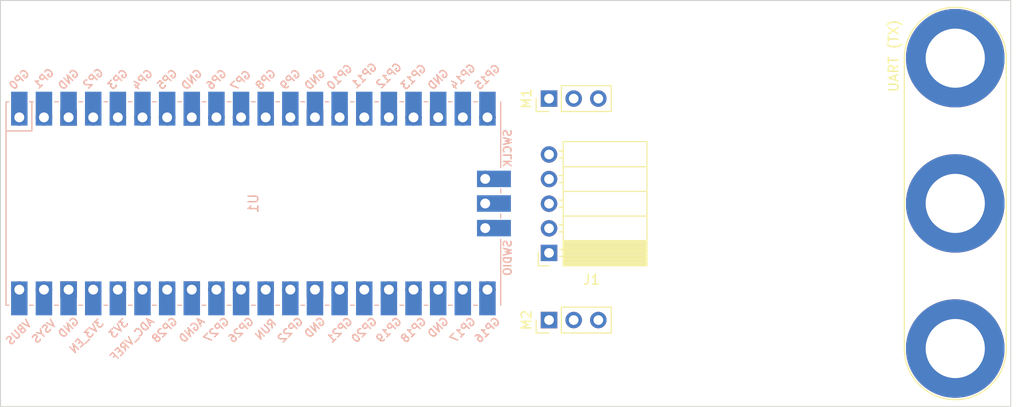
<source format=kicad_pcb>
(kicad_pcb (version 20211014) (generator pcbnew)
  (layers (0 "F.Cu" signal) (31 "B.Cu" signal) (34 "B.Paste" user) (35 "F.Paste" user) (36 "B.SilkS" user "B.Silkscreen") (37 "F.SilkS" user "F.Silkscreen") (38 "B.Mask" user) (39 "F.Mask" user) (44 "Edge.Cuts" user))
  (net 0 "")
  (net 1 "GND")
  (net 2 "+3V3")
  (net 3 "Net-(J1-Pad3)")
  (net 4 "Net-(J1-Pad4)")
  (net 5 "Net-(J1-Pad5)")
  (net 6 "Net-(M1-Pad1)")
  (net 7 "VBUS")
  (net 8 "Net-(M2-Pad1)")
  (net 35 "Net-(U1-Pad12)")
  (net 36 "Net-(U1-Pad11)")
  (footprint "Connector_PinHeader_2.54mm:PinHeader_1x03_P2.54mm_Vertical" (layer "F.Cu") (at 142.91 107.28 90)
    (fp_text reference "M2" (at 0 -2.33 90) (layer "F.SilkS"))
    (fp_text value "Motor_Servo")
    (fp_line (start -1.33 0) (end -1.33 -1.33) (layer "F.SilkS") (width 0.12))
    (fp_line (start -1.33 1.27) (end -1.33 6.41) (layer "F.SilkS") (width 0.12))
    (fp_line (start 1.33 1.27) (end 1.33 6.41) (layer "F.SilkS") (width 0.12))
    (fp_line (start -1.33 -1.33) (end 0 -1.33) (layer "F.SilkS") (width 0.12))
    (fp_line (start -1.33 1.27) (end 1.33 1.27) (layer "F.SilkS") (width 0.12))
    (fp_line (start -1.33 6.41) (end 1.33 6.41) (layer "F.SilkS") (width 0.12))
    (pad "1" thru_hole rect (at 0 0 90) (size 1.7 1.7) (drill 1) (layers *.Cu *.Mask) (net 8 "Net-(M2-Pad1)"))
    (pad "2" thru_hole oval (at 0 2.54 90) (size 1.7 1.7) (drill 1) (layers *.Cu *.Mask) (net 7 "VBUS"))
    (pad "3" thru_hole oval (at 0 5.08 90) (size 1.7 1.7) (drill 1) (layers *.Cu *.Mask) (net 1 "GND"))
  )
  (footprint "Connector_PinSocket_2.54mm:PinSocket_1x05_P2.54mm_Horizontal" (layer "F.Cu") (at 142.91 100.35 180)
    (fp_text reference "J1" (at -4.38 -2.77) (layer "F.SilkS"))
    (fp_text value "Conn_01x05")
    (fp_line (start -10.09 1.27) (end -1.46 1.27) (layer "F.SilkS") (width 0.12))
    (fp_line (start -1.46 5.44) (end -1.05 5.44) (layer "F.SilkS") (width 0.12))
    (fp_line (start -10.09 -0.02905) (end -1.46 -0.02905) (layer "F.SilkS") (width 0.12))
    (fp_line (start -10.09 -0.73762) (end -1.46 -0.73762) (layer "F.SilkS") (width 0.12))
    (fp_line (start -10.09 1.1519) (end -1.46 1.1519) (layer "F.SilkS") (width 0.12))
    (fp_line (start -10.09 -1.33) (end -1.46 -1.33) (layer "F.SilkS") (width 0.12))
    (fp_line (start -10.09 6.35) (end -1.46 6.35) (layer "F.SilkS") (width 0.12))
    (fp_line (start -10.09 11.49) (end -1.46 11.49) (layer "F.SilkS") (width 0.12))
    (fp_line (start -1.46 7.98) (end -1.05 7.98) (layer "F.SilkS") (width 0.12))
    (fp_line (start -10.09 3.81) (end -1.46 3.81) (layer "F.SilkS") (width 0.12))
    (fp_line (start -1.46 7.26) (end -1.05 7.26) (layer "F.SilkS") (width 0.12))
    (fp_line (start -10.09 0.91571) (end -1.46 0.91571) (layer "F.SilkS") (width 0.12))
    (fp_line (start -10.09 -0.26524) (end -1.46 -0.26524) (layer "F.SilkS") (width 0.12))
    (fp_line (start -1.46 10.52) (end -1.05 10.52) (layer "F.SilkS") (width 0.12))
    (fp_line (start -10.09 0.089045) (end -1.46 0.089045) (layer "F.SilkS") (width 0.12))
    (fp_line (start -10.09 -0.97381) (end -1.46 -0.97381) (layer "F.SilkS") (width 0.12))
    (fp_line (start -10.09 -0.619525) (end -1.46 -0.619525) (layer "F.SilkS") (width 0.12))
    (fp_line (start -10.09 -1.091905) (end -1.46 -1.091905) (layer "F.SilkS") (width 0.12))
    (fp_line (start -1.46 2.18) (end -1.05 2.18) (layer "F.SilkS") (width 0.12))
    (fp_line (start -1.46 4.72) (end -1.05 4.72) (layer "F.SilkS") (width 0.12))
    (fp_line (start -10.09 -1.21) (end -1.46 -1.21) (layer "F.SilkS") (width 0.12))
    (fp_line (start -10.09 8.89) (end -1.46 8.89) (layer "F.SilkS") (width 0.12))
    (fp_line (start 1.11 -1.33) (end 1.11 0) (layer "F.SilkS") (width 0.12))
    (fp_line (start -1.46 -1.33) (end -1.46 11.49) (layer "F.SilkS") (width 0.12))
    (fp_line (start -1.46 -0.36) (end -1.11 -0.36) (layer "F.SilkS") (width 0.12))
    (fp_line (start -10.09 -0.383335) (end -1.46 -0.383335) (layer "F.SilkS") (width 0.12))
    (fp_line (start -10.09 -0.147145) (end -1.46 -0.147145) (layer "F.SilkS") (width 0.12))
    (fp_line (start -10.09 0.797615) (end -1.46 0.797615) (layer "F.SilkS") (width 0.12))
    (fp_line (start 0 -1.33) (end 1.11 -1.33) (layer "F.SilkS") (width 0.12))
    (fp_line (start -10.09 -0.855715) (end -1.46 -0.855715) (layer "F.SilkS") (width 0.12))
    (fp_line (start -10.09 1.033805) (end -1.46 1.033805) (layer "F.SilkS") (width 0.12))
    (fp_line (start -1.46 2.9) (end -1.05 2.9) (layer "F.SilkS") (width 0.12))
    (fp_line (start -10.09 0.561425) (end -1.46 0.561425) (layer "F.SilkS") (width 0.12))
    (fp_line (start -10.09 0.44333) (end -1.46 0.44333) (layer "F.SilkS") (width 0.12))
    (fp_line (start -1.46 9.8) (end -1.05 9.8) (layer "F.SilkS") (width 0.12))
    (fp_line (start -10.09 0.67952) (end -1.46 0.67952) (layer "F.SilkS") (width 0.12))
    (fp_line (start -10.09 -1.33) (end -10.09 11.49) (layer "F.SilkS") (width 0.12))
    (fp_line (start -10.09 0.325235) (end -1.46 0.325235) (layer "F.SilkS") (width 0.12))
    (fp_line (start -10.09 0.20714) (end -1.46 0.20714) (layer "F.SilkS") (width 0.12))
    (fp_line (start -10.09 -0.50143) (end -1.46 -0.50143) (layer "F.SilkS") (width 0.12))
    (fp_line (start -1.46 0.36) (end -1.11 0.36) (layer "F.SilkS") (width 0.12))
    (pad "1" thru_hole rect (at 0 0 180) (size 1.7 1.7) (drill 1) (layers *.Cu *.Mask) (net 1 "GND"))
    (pad "2" thru_hole oval (at 0 2.54 180) (size 1.7 1.7) (drill 1) (layers *.Cu *.Mask) (net 2 "+3V3"))
    (pad "3" thru_hole oval (at 0 5.08 180) (size 1.7 1.7) (drill 1) (layers *.Cu *.Mask) (net 3 "Net-(J1-Pad3)"))
    (pad "4" thru_hole oval (at 0 7.62 180) (size 1.7 1.7) (drill 1) (layers *.Cu *.Mask) (net 4 "Net-(J1-Pad4)"))
    (pad "5" thru_hole oval (at 0 10.16 180) (size 1.7 1.7) (drill 1) (layers *.Cu *.Mask) (net 5 "Net-(J1-Pad5)"))
  )
  (footprint "Connector:Banana_Jack_3Pin" (layer "F.Cu") (at 184.785 80.25 -90)
    (fp_text reference "UART (TX)" (at -0.24 6.35 90) (layer "F.SilkS"))
    (fp_text value "Conn_01x03")
    (fp_line (start 0 5.25) (end 30 5.25) (layer "F.SilkS") (width 0.12))
    (fp_line (start 30 -5.25) (end 0 -5.25) (layer "F.SilkS") (width 0.12))
    (fp_arc (start 30 -5.25) (mid 35.25 0) (end 30 5.25) (layer "F.SilkS") (width 0.12))
    (fp_arc (start 0 5.25) (mid -5.25 0) (end 0 -5.25) (layer "F.SilkS") (width 0.12))
    (pad "1" thru_hole circle (at 0 0 270) (size 10.16 10.16) (drill 6.1) (layers *.Cu *.Mask) (net 35 "Net-(U1-Pad12)"))
    (pad "2" thru_hole circle (at 14.99 0 270) (size 10.16 10.16) (drill 6.1) (layers *.Cu *.Mask) (net 1 "GND"))
    (pad "3" thru_hole circle (at 29.97 0 270) (size 10.16 10.16) (drill 6.1) (layers *.Cu *.Mask) (net 36 "Net-(U1-Pad11)"))
  )
  (footprint "Connector_PinHeader_2.54mm:PinHeader_1x03_P2.54mm_Vertical" (layer "F.Cu") (at 142.91 84.42 90)
    (fp_text reference "M1" (at 0 -2.33 90) (layer "F.SilkS"))
    (fp_text value "Motor_Servo")
    (fp_line (start -1.33 1.27) (end 1.33 1.27) (layer "F.SilkS") (width 0.12))
    (fp_line (start -1.33 6.41) (end 1.33 6.41) (layer "F.SilkS") (width 0.12))
    (fp_line (start -1.33 0) (end -1.33 -1.33) (layer "F.SilkS") (width 0.12))
    (fp_line (start -1.33 1.27) (end -1.33 6.41) (layer "F.SilkS") (width 0.12))
    (fp_line (start -1.33 -1.33) (end 0 -1.33) (layer "F.SilkS") (width 0.12))
    (fp_line (start 1.33 1.27) (end 1.33 6.41) (layer "F.SilkS") (width 0.12))
    (pad "1" thru_hole rect (at 0 0 90) (size 1.7 1.7) (drill 1) (layers *.Cu *.Mask) (net 6 "Net-(M1-Pad1)"))
    (pad "2" thru_hole oval (at 0 2.54 90) (size 1.7 1.7) (drill 1) (layers *.Cu *.Mask) (net 7 "VBUS"))
    (pad "3" thru_hole oval (at 0 5.08 90) (size 1.7 1.7) (drill 1) (layers *.Cu *.Mask) (net 1 "GND"))
  )
  (footprint "MCU_RaspberryPi_and_Boards:RPi_Pico_SMD_TH" (layer "B.Cu") (at 112.43 95.25 -90)
    (fp_text reference "U1" (at 0 0 90) (layer "B.SilkS") (effects (justify mirror)))
    (fp_text value "Pico")
    (fp_text user "GP9" (at -12.8 -3.81 45) (layer "B.SilkS") (effects (font (size 0.8 0.8)) (justify mirror)))
    (fp_text user "GP26" (at 13.054 1.27 45) (layer "B.SilkS") (effects (font (size 0.8 0.8)) (justify mirror)))
    (fp_text user "GP4" (at -12.8 11.43 45) (layer "B.SilkS") (effects (font (size 0.8 0.8)) (justify mirror)))
    (fp_text user "VSYS" (at 13.2 21.59 45) (layer "B.SilkS") (effects (font (size 0.8 0.8)) (justify mirror)))
    (fp_text user "GP0" (at -12.8 24.13 45) (layer "B.SilkS") (effects (font (size 0.8 0.8)) (justify mirror)))
    (fp_text user "GND" (at -12.8 19.05 45) (layer "B.SilkS") (effects (font (size 0.8 0.8)) (justify mirror)))
    (fp_text user "GP1" (at -12.9 21.6 45) (layer "B.SilkS") (effects (font (size 0.8 0.8)) (justify mirror)))
    (fp_text user "AGND" (at 13.054 6.35 45) (layer "B.SilkS") (effects (font (size 0.8 0.8)) (justify mirror)))
    (fp_text user "SWDIO" (at 5.6 -26.2 90) (layer "B.SilkS") (effects (font (size 0.8 0.8)) (justify mirror)))
    (fp_text user "GND" (at -12.8 6.35 45) (layer "B.SilkS") (effects (font (size 0.8 0.8)) (justify mirror)))
    (fp_text user "GND" (at 12.8 -6.35 45) (layer "B.SilkS") (effects (font (size 0.8 0.8)) (justify mirror)))
    (fp_text user "GP10" (at -13.054 -8.89 45) (layer "B.SilkS") (effects (font (size 0.8 0.8)) (justify mirror)))
    (fp_text user "VBUS" (at 13.3 24.2 45) (layer "B.SilkS") (effects (font (size 0.8 0.8)) (justify mirror)))
    (fp_text user "GP28" (at 13.054 9.144 45) (layer "B.SilkS") (effects (font (size 0.8 0.8)) (justify mirror)))
    (fp_text user "GP8" (at -12.8 -1.27 45) (layer "B.SilkS") (effects (font (size 0.8 0.8)) (justify mirror)))
    (fp_text user "GP21" (at 13.054 -8.9 45) (layer "B.SilkS") (effects (font (size 0.8 0.8)) (justify mirror)))
    (fp_text user "3V3" (at 12.9 13.9 45) (layer "B.SilkS") (effects (font (size 0.8 0.8)) (justify mirror)))
    (fp_text user "GP27" (at 13.054 3.8 45) (layer "B.SilkS") (effects (font (size 0.8 0.8)) (justify mirror)))
    (fp_text user "GP18" (at 13.054 -16.51 45) (layer "B.SilkS") (effects (font (size 0.8 0.8)) (justify mirror)))
    (fp_text user "GP15" (at -13.054 -24.13 45) (layer "B.SilkS") (effects (font (size 0.8 0.8)) (justify mirror)))
    (fp_text user "GP2" (at -12.9 16.51 45) (layer "B.SilkS") (effects (font (size 0.8 0.8)) (justify mirror)))
    (fp_text user "ADC_VREF" (at 14 12.5 45) (layer "B.SilkS") (effects (font (size 0.8 0.8)) (justify mirror)))
    (fp_text user "GND" (at 12.8 19.05 45) (layer "B.SilkS") (effects (font (size 0.8 0.8)) (justify mirror)))
    (fp_text user "GP6" (at -12.8 3.81 45) (layer "B.SilkS") (effects (font (size 0.8 0.8)) (justify mirror)))
    (fp_text user "GP7" (at -12.7 1.3 45) (layer "B.SilkS") (effects (font (size 0.8 0.8)) (justify mirror)))
    (fp_text user "GP3" (at -12.8 13.97 45) (layer "B.SilkS") (effects (font (size 0.8 0.8)) (justify mirror)))
    (fp_text user "RUN" (at 13 -1.27 45) (layer "B.SilkS") (effects (font (size 0.8 0.8)) (justify mirror)))
    (fp_text user "3V3_EN" (at 13.7 17.2 45) (layer "B.SilkS") (effects (font (size 0.8 0.8)) (justify mirror)))
    (fp_text user "GP19" (at 13.054 -13.97 45) (layer "B.SilkS") (effects (font (size 0.8 0.8)) (justify mirror)))
    (fp_text user "GP20" (at 13.054 -11.43 45) (layer "B.SilkS") (effects (font (size 0.8 0.8)) (justify mirror)))
    (fp_text user "GP5" (at -12.8 8.89 45) (layer "B.SilkS") (effects (font (size 0.8 0.8)) (justify mirror)))
    (fp_text user "GP13" (at -13.054 -16.51 45) (layer "B.SilkS") (effects (font (size 0.8 0.8)) (justify mirror)))
    (fp_text user "SWCLK" (at -5.7 -26.2 90) (layer "B.SilkS") (effects (font (size 0.8 0.8)) (justify mirror)))
    (fp_text user "GND" (at 12.8 -19.05 45) (layer "B.SilkS") (effects (font (size 0.8 0.8)) (justify mirror)))
    (fp_text user "GP17" (at 13.054 -21.59 45) (layer "B.SilkS") (effects (font (size 0.8 0.8)) (justify mirror)))
    (fp_text user "GND" (at -12.8 -19.05 45) (layer "B.SilkS") (effects (font (size 0.8 0.8)) (justify mirror)))
    (fp_text user "GP14" (at -13.1 -21.59 45) (layer "B.SilkS") (effects (font (size 0.8 0.8)) (justify mirror)))
    (fp_text user "GP16" (at 13.054 -24.13 45) (layer "B.SilkS") (effects (font (size 0.8 0.8)) (justify mirror)))
    (fp_text user "GP11" (at -13.2 -11.43 45) (layer "B.SilkS") (effects (font (size 0.8 0.8)) (justify mirror)))
    (fp_text user "GP12" (at -13.2 -13.97 45) (layer "B.SilkS") (effects (font (size 0.8 0.8)) (justify mirror)))
    (fp_text user "GND" (at -12.8 -6.35 45) (layer "B.SilkS") (effects (font (size 0.8 0.8)) (justify mirror)))
    (fp_text user "GP22" (at 13.054 -3.81 45) (layer "B.SilkS") (effects (font (size 0.8 0.8)) (justify mirror)))
    (fp_line (start -10.5 0.2) (end -10.5 -0.2) (layer "B.SilkS") (width 0.12))
    (fp_line (start 10.5 -20.1) (end 10.5 -20.5) (layer "B.SilkS") (width 0.12))
    (fp_line (start -10.5 10.4) (end -10.5 10) (layer "B.SilkS") (width 0.12))
    (fp_line (start -10.5 25.5) (end 10.5 25.5) (layer "B.SilkS") (width 0.12))
    (fp_line (start 10.5 10.4) (end 10.5 10) (layer "B.SilkS") (width 0.12))
    (fp_line (start 10.5 -4.9) (end 10.5 -5.3) (layer "B.SilkS") (width 0.12))
    (fp_line (start 10.5 23.1) (end 10.5 22.7) (layer "B.SilkS") (width 0.12))
    (fp_line (start -10.5 -12.5) (end -10.5 -12.9) (layer "B.SilkS") (width 0.12))
    (fp_line (start -10.5 7.8) (end -10.5 7.4) (layer "B.SilkS") (width 0.12))
    (fp_line (start -7.493 22.833) (end -7.493 25.5) (layer "B.SilkS") (width 0.12))
    (fp_line (start -10.5 22.833) (end -7.493 22.833) (layer "B.SilkS") (width 0.12))
    (fp_line (start -10.5 5.3) (end -10.5 4.9) (layer "B.SilkS") (width 0.12))
    (fp_line (start 10.5 -2.3) (end 10.5 -2.7) (layer "B.SilkS") (width 0.12))
    (fp_line (start -10.5 20.5) (end -10.5 20.1) (layer "B.SilkS") (width 0.12))
    (fp_line (start -10.5 -7.4) (end -10.5 -7.8) (layer "B.SilkS") (width 0.12))
    (fp_line (start -10.5 -17.6) (end -10.5 -18) (layer "B.SilkS") (width 0.12))
    (fp_line (start -10.5 25.5) (end -10.5 25.2) (layer "B.SilkS") (width 0.12))
    (fp_line (start -10.5 18) (end -10.5 17.6) (layer "B.SilkS") (width 0.12))
    (fp_line (start 10.5 -17.6) (end 10.5 -18) (layer "B.SilkS") (width 0.12))
    (fp_line (start -10.5 2.7) (end -10.5 2.3) (layer "B.SilkS") (width 0.12))
    (fp_line (start 10.5 25.5) (end 10.5 25.2) (layer "B.SilkS") (width 0.12))
    (fp_line (start 10.5 -12.5) (end 10.5 -12.9) (layer "B.SilkS") (width 0.12))
    (fp_line (start 10.5 -22.7) (end 10.5 -23.1) (layer "B.SilkS") (width 0.12))
    (fp_line (start -10.5 -4.9) (end -10.5 -5.3) (layer "B.SilkS") (width 0.12))
    (fp_line (start -10.5 -2.3) (end -10.5 -2.7) (layer "B.SilkS") (width 0.12))
    (fp_line (start 10.5 15.4) (end 10.5 15) (layer "B.SilkS") (width 0.12))
    (fp_line (start 10.5 -15.1) (end 10.5 -15.5) (layer "B.SilkS") (width 0.12))
    (fp_line (start -10.5 -22.7) (end -10.5 -23.1) (layer "B.SilkS") (width 0.12))
    (fp_line (start 10.5 5.3) (end 10.5 4.9) (layer "B.SilkS") (width 0.12))
    (fp_line (start -1.5 -25.5) (end -1.1 -25.5) (layer "B.SilkS") (width 0.12))
    (fp_line (start -10.5 23.1) (end -10.5 22.7) (layer "B.SilkS") (width 0.12))
    (fp_line (start 10.5 -10) (end 10.5 -10.4) (layer "B.SilkS") (width 0.12))
    (fp_line (start -10.5 -10) (end -10.5 -10.4) (layer "B.SilkS") (width 0.12))
    (fp_line (start 10.5 -7.4) (end 10.5 -7.8) (layer "B.SilkS") (width 0.12))
    (fp_line (start -10.5 -20.1) (end -10.5 -20.5) (layer "B.SilkS") (width 0.12))
    (fp_line (start 10.5 7.8) (end 10.5 7.4) (layer "B.SilkS") (width 0.12))
    (fp_line (start 10.5 -25.5) (end 3.7 -25.5) (layer "B.SilkS") (width 0.12))
    (fp_line (start 10.5 0.2) (end 10.5 -0.2) (layer "B.SilkS") (width 0.12))
    (fp_line (start 10.5 18) (end 10.5 17.6) (layer "B.SilkS") (width 0.12))
    (fp_line (start 10.5 2.7) (end 10.5 2.3) (layer "B.SilkS") (width 0.12))
    (fp_line (start -10.5 -15.1) (end -10.5 -15.5) (layer "B.SilkS") (width 0.12))
    (fp_line (start 10.5 20.5) (end 10.5 20.1) (layer "B.SilkS") (width 0.12))
    (fp_line (start 10.5 12.9) (end 10.5 12.5) (layer "B.SilkS") (width 0.12))
    (fp_line (start -10.5 15.4) (end -10.5 15) (layer "B.SilkS") (width 0.12))
    (fp_line (start -3.7 -25.5) (end -10.5 -25.5) (layer "B.SilkS") (width 0.12))
    (fp_line (start 1.1 -25.5) (end 1.5 -25.5) (layer "B.SilkS") (width 0.12))
    (fp_line (start -10.5 12.9) (end -10.5 12.5) (layer "B.SilkS") (width 0.12))
    (pad "" np_thru_hole oval (at 2.725 24 270) (size 1.8 1.8) (drill 1.8) (layers *.Cu *.Mask))
    (pad "" np_thru_hole oval (at -2.425 20.97 270) (size 1.5 1.5) (drill 1.5) (layers *.Cu *.Mask))
    (pad "" np_thru_hole oval (at -2.725 24 270) (size 1.8 1.8) (drill 1.8) (layers *.Cu *.Mask))
    (pad "" np_thru_hole oval (at 2.425 20.97 270) (size 1.5 1.5) (drill 1.5) (layers *.Cu *.Mask))
    (pad "1" smd rect (at -8.89 24.13 270) (size 3.5 1.7) (drill (offset -0.9 0)) (layers "B.Cu" "B.Mask"))
    (pad "1" thru_hole oval (at -8.89 24.13 270) (size 1.7 1.7) (drill 1.02) (layers *.Cu *.Mask))
    (pad "2" smd rect (at -8.89 21.59 270) (size 3.5 1.7) (drill (offset -0.9 0)) (layers "B.Cu" "B.Mask"))
    (pad "2" thru_hole oval (at -8.89 21.59 270) (size 1.7 1.7) (drill 1.02) (layers *.Cu *.Mask))
    (pad "3" thru_hole rect (at -8.89 19.05 270) (size 1.7 1.7) (drill 1.02) (layers *.Cu *.Mask) (net 1 "GND"))
    (pad "3" smd rect (at -8.89 19.05 270) (size 3.5 1.7) (drill (offset -0.9 0)) (layers "B.Cu" "B.Mask") (net 1 "GND"))
    (pad "4" thru_hole oval (at -8.89 16.51 270) (size 1.7 1.7) (drill 1.02) (layers *.Cu *.Mask) (net 6 "Net-(M1-Pad1)"))
    (pad "4" smd rect (at -8.89 16.51 270) (size 3.5 1.7) (drill (offset -0.9 0)) (layers "B.Cu" "B.Mask") (net 6 "Net-(M1-Pad1)"))
    (pad "5" smd rect (at -8.89 13.97 270) (size 3.5 1.7) (drill (offset -0.9 0)) (layers "B.Cu" "B.Mask") (net 8 "Net-(M2-Pad1)"))
    (pad "5" thru_hole oval (at -8.89 13.97 270) (size 1.7 1.7) (drill 1.02) (layers *.Cu *.Mask) (net 8 "Net-(M2-Pad1)"))
    (pad "6" thru_hole oval (at -8.89 11.43 270) (size 1.7 1.7) (drill 1.02) (layers *.Cu *.Mask))
    (pad "6" smd rect (at -8.89 11.43 270) (size 3.5 1.7) (drill (offset -0.9 0)) (layers "B.Cu" "B.Mask"))
    (pad "7" thru_hole oval (at -8.89 8.89 270) (size 1.7 1.7) (drill 1.02) (layers *.Cu *.Mask))
    (pad "7" smd rect (at -8.89 8.89 270) (size 3.5 1.7) (drill (offset -0.9 0)) (layers "B.Cu" "B.Mask"))
    (pad "8" smd rect (at -8.89 6.35 270) (size 3.5 1.7) (drill (offset -0.9 0)) (layers "B.Cu" "B.Mask") (net 1 "GND"))
    (pad "8" thru_hole rect (at -8.89 6.35 270) (size 1.7 1.7) (drill 1.02) (layers *.Cu *.Mask) (net 1 "GND"))
    (pad "9" smd rect (at -8.89 3.81 270) (size 3.5 1.7) (drill (offset -0.9 0)) (layers "B.Cu" "B.Mask"))
    (pad "9" thru_hole oval (at -8.89 3.81 270) (size 1.7 1.7) (drill 1.02) (layers *.Cu *.Mask))
    (pad "10" thru_hole oval (at -8.89 1.27 270) (size 1.7 1.7) (drill 1.02) (layers *.Cu *.Mask))
    (pad "10" smd rect (at -8.89 1.27 270) (size 3.5 1.7) (drill (offset -0.9 0)) (layers "B.Cu" "B.Mask"))
    (pad "11" thru_hole oval (at -8.89 -1.27 270) (size 1.7 1.7) (drill 1.02) (layers *.Cu *.Mask) (net 36 "Net-(U1-Pad11)"))
    (pad "11" smd rect (at -8.89 -1.27 270) (size 3.5 1.7) (drill (offset -0.9 0)) (layers "B.Cu" "B.Mask") (net 36 "Net-(U1-Pad11)"))
    (pad "12" smd rect (at -8.89 -3.81 270) (size 3.5 1.7) (drill (offset -0.9 0)) (layers "B.Cu" "B.Mask") (net 35 "Net-(U1-Pad12)"))
    (pad "12" thru_hole oval (at -8.89 -3.81 270) (size 1.7 1.7) (drill 1.02) (layers *.Cu *.Mask) (net 35 "Net-(U1-Pad12)"))
    (pad "13" smd rect (at -8.89 -6.35 270) (size 3.5 1.7) (drill (offset -0.9 0)) (layers "B.Cu" "B.Mask") (net 1 "GND"))
    (pad "13" thru_hole rect (at -8.89 -6.35 270) (size 1.7 1.7) (drill 1.02) (layers *.Cu *.Mask) (net 1 "GND"))
    (pad "14" smd rect (at -8.89 -8.89 270) (size 3.5 1.7) (drill (offset -0.9 0)) (layers "B.Cu" "B.Mask"))
    (pad "14" thru_hole oval (at -8.89 -8.89 270) (size 1.7 1.7) (drill 1.02) (layers *.Cu *.Mask))
    (pad "15" smd rect (at -8.89 -11.43 270) (size 3.5 1.7) (drill (offset -0.9 0)) (layers "B.Cu" "B.Mask"))
    (pad "15" thru_hole oval (at -8.89 -11.43 270) (size 1.7 1.7) (drill 1.02) (layers *.Cu *.Mask))
    (pad "16" smd rect (at -8.89 -13.97 270) (size 3.5 1.7) (drill (offset -0.9 0)) (layers "B.Cu" "B.Mask"))
    (pad "16" thru_hole oval (at -8.89 -13.97 270) (size 1.7 1.7) (drill 1.02) (layers *.Cu *.Mask))
    (pad "17" thru_hole oval (at -8.89 -16.51 270) (size 1.7 1.7) (drill 1.02) (layers *.Cu *.Mask))
    (pad "17" smd rect (at -8.89 -16.51 270) (size 3.5 1.7) (drill (offset -0.9 0)) (layers "B.Cu" "B.Mask"))
    (pad "18" thru_hole rect (at -8.89 -19.05 270) (size 1.7 1.7) (drill 1.02) (layers *.Cu *.Mask) (net 1 "GND"))
    (pad "18" smd rect (at -8.89 -19.05 270) (size 3.5 1.7) (drill (offset -0.9 0)) (layers "B.Cu" "B.Mask") (net 1 "GND"))
    (pad "19" smd rect (at -8.89 -21.59 270) (size 3.5 1.7) (drill (offset -0.9 0)) (layers "B.Cu" "B.Mask"))
    (pad "19" thru_hole oval (at -8.89 -21.59 270) (size 1.7 1.7) (drill 1.02) (layers *.Cu *.Mask))
    (pad "20" thru_hole oval (at -8.89 -24.13 270) (size 1.7 1.7) (drill 1.02) (layers *.Cu *.Mask))
    (pad "20" smd rect (at -8.89 -24.13 270) (size 3.5 1.7) (drill (offset -0.9 0)) (layers "B.Cu" "B.Mask"))
    (pad "21" smd rect (at 8.89 -24.13 270) (size 3.5 1.7) (drill (offset 0.9 0)) (layers "B.Cu" "B.Mask"))
    (pad "21" thru_hole oval (at 8.89 -24.13 270) (size 1.7 1.7) (drill 1.02) (layers *.Cu *.Mask))
    (pad "22" thru_hole oval (at 8.89 -21.59 270) (size 1.7 1.7) (drill 1.02) (layers *.Cu *.Mask))
    (pad "22" smd rect (at 8.89 -21.59 270) (size 3.5 1.7) (drill (offset 0.9 0)) (layers "B.Cu" "B.Mask"))
    (pad "23" smd rect (at 8.89 -19.05 270) (size 3.5 1.7) (drill (offset 0.9 0)) (layers "B.Cu" "B.Mask") (net 1 "GND"))
    (pad "23" thru_hole rect (at 8.89 -19.05 270) (size 1.7 1.7) (drill 1.02) (layers *.Cu *.Mask) (net 1 "GND"))
    (pad "24" thru_hole oval (at 8.89 -16.51 270) (size 1.7 1.7) (drill 1.02) (layers *.Cu *.Mask))
    (pad "24" smd rect (at 8.89 -16.51 270) (size 3.5 1.7) (drill (offset 0.9 0)) (layers "B.Cu" "B.Mask"))
    (pad "25" smd rect (at 8.89 -13.97 270) (size 3.5 1.7) (drill (offset 0.9 0)) (layers "B.Cu" "B.Mask"))
    (pad "25" thru_hole oval (at 8.89 -13.97 270) (size 1.7 1.7) (drill 1.02) (layers *.Cu *.Mask))
    (pad "26" thru_hole oval (at 8.89 -11.43 270) (size 1.7 1.7) (drill 1.02) (layers *.Cu *.Mask))
    (pad "26" smd rect (at 8.89 -11.43 270) (size 3.5 1.7) (drill (offset 0.9 0)) (layers "B.Cu" "B.Mask"))
    (pad "27" thru_hole oval (at 8.89 -8.89 270) (size 1.7 1.7) (drill 1.02) (layers *.Cu *.Mask) (net 5 "Net-(J1-Pad5)"))
    (pad "27" smd rect (at 8.89 -8.89 270) (size 3.5 1.7) (drill (offset 0.9 0)) (layers "B.Cu" "B.Mask") (net 5 "Net-(J1-Pad5)"))
    (pad "28" smd rect (at 8.89 -6.35 270) (size 3.5 1.7) (drill (offset 0.9 0)) (layers "B.Cu" "B.Mask") (net 1 "GND"))
    (pad "28" thru_hole rect (at 8.89 -6.35 270) (size 1.7 1.7) (drill 1.02) (layers *.Cu *.Mask) (net 1 "GND"))
    (pad "29" smd rect (at 8.89 -3.81 270) (size 3.5 1.7) (drill (offset 0.9 0)) (layers "B.Cu" "B.Mask") (net 4 "Net-(J1-Pad4)"))
    (pad "29" thru_hole oval (at 8.89 -3.81 270) (size 1.7 1.7) (drill 1.02) (layers *.Cu *.Mask) (net 4 "Net-(J1-Pad4)"))
    (pad "30" smd rect (at 8.89 -1.27 270) (size 3.5 1.7) (drill (offset 0.9 0)) (layers "B.Cu" "B.Mask"))
    (pad "30" thru_hole oval (at 8.89 -1.27 270) (size 1.7 1.7) (drill 1.02) (layers *.Cu *.Mask))
    (pad "31" smd rect (at 8.89 1.27 270) (size 3.5 1.7) (drill (offset 0.9 0)) (layers "B.Cu" "B.Mask") (net 3 "Net-(J1-Pad3)"))
    (pad "31" thru_hole oval (at 8.89 1.27 270) (size 1.7 1.7) (drill 1.02) (layers *.Cu *.Mask) (net 3 "Net-(J1-Pad3)"))
    (pad "32" smd rect (at 8.89 3.81 270) (size 3.5 1.7) (drill (offset 0.9 0)) (layers "B.Cu" "B.Mask"))
    (pad "32" thru_hole oval (at 8.89 3.81 270) (size 1.7 1.7) (drill 1.02) (layers *.Cu *.Mask))
    (pad "33" thru_hole rect (at 8.89 6.35 270) (size 1.7 1.7) (drill 1.02) (layers *.Cu *.Mask))
    (pad "33" smd rect (at 8.89 6.35 270) (size 3.5 1.7) (drill (offset 0.9 0)) (layers "B.Cu" "B.Mask"))
    (pad "34" smd rect (at 8.89 8.89 270) (size 3.5 1.7) (drill (offset 0.9 0)) (layers "B.Cu" "B.Mask"))
    (pad "34" thru_hole oval (at 8.89 8.89 270) (size 1.7 1.7) (drill 1.02) (layers *.Cu *.Mask))
    (pad "35" smd rect (at 8.89 11.43 270) (size 3.5 1.7) (drill (offset 0.9 0)) (layers "B.Cu" "B.Mask"))
    (pad "35" thru_hole oval (at 8.89 11.43 270) (size 1.7 1.7) (drill 1.02) (layers *.Cu *.Mask))
    (pad "36" thru_hole oval (at 8.89 13.97 270) (size 1.7 1.7) (drill 1.02) (layers *.Cu *.Mask) (net 2 "+3V3"))
    (pad "36" smd rect (at 8.89 13.97 270) (size 3.5 1.7) (drill (offset 0.9 0)) (layers "B.Cu" "B.Mask") (net 2 "+3V3"))
    (pad "37" smd rect (at 8.89 16.51 270) (size 3.5 1.7) (drill (offset 0.9 0)) (layers "B.Cu" "B.Mask"))
    (pad "37" thru_hole oval (at 8.89 16.51 270) (size 1.7 1.7) (drill 1.02) (layers *.Cu *.Mask))
    (pad "38" thru_hole rect (at 8.89 19.05 270) (size 1.7 1.7) (drill 1.02) (layers *.Cu *.Mask) (net 1 "GND"))
    (pad "38" smd rect (at 8.89 19.05 270) (size 3.5 1.7) (drill (offset 0.9 0)) (layers "B.Cu" "B.Mask") (net 1 "GND"))
    (pad "39" smd rect (at 8.89 21.59 270) (size 3.5 1.7) (drill (offset 0.9 0)) (layers "B.Cu" "B.Mask"))
    (pad "39" thru_hole oval (at 8.89 21.59 270) (size 1.7 1.7) (drill 1.02) (layers *.Cu *.Mask))
    (pad "40" thru_hole oval (at 8.89 24.13 270) (size 1.7 1.7) (drill 1.02) (layers *.Cu *.Mask) (net 7 "VBUS"))
    (pad "40" smd rect (at 8.89 24.13 270) (size 3.5 1.7) (drill (offset 0.9 0)) (layers "B.Cu" "B.Mask") (net 7 "VBUS"))
    (pad "41" thru_hole oval (at -2.54 -23.9 270) (size 1.7 1.7) (drill 1.02) (layers *.Cu *.Mask))
    (pad "41" smd rect (at -2.54 -23.9 180) (size 3.5 1.7) (drill (offset -0.9 0)) (layers "B.Cu" "B.Mask"))
    (pad "42" thru_hole rect (at 0 -23.9 270) (size 1.7 1.7) (drill 1.02) (layers *.Cu *.Mask))
    (pad "42" smd rect (at 0 -23.9 180) (size 3.5 1.7) (drill (offset -0.9 0)) (layers "B.Cu" "B.Mask"))
    (pad "43" thru_hole oval (at 2.54 -23.9 270) (size 1.7 1.7) (drill 1.02) (layers *.Cu *.Mask))
    (pad "43" smd rect (at 2.54 -23.9 180) (size 3.5 1.7) (drill (offset -0.9 0)) (layers "B.Cu" "B.Mask"))
  )
  (gr_rect (start 190.5 74.295) (end 86.36 116.205) (layer "Edge.Cuts") (width 0.1) (fill none))
)
</source>
